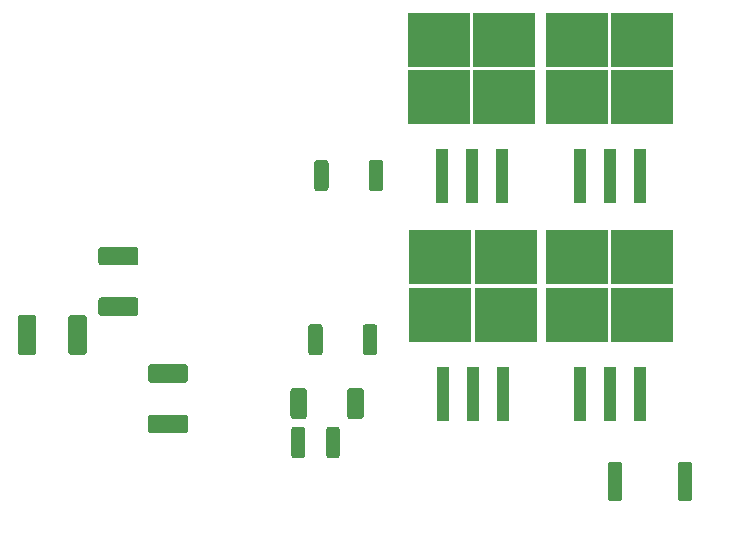
<source format=gbp>
G04 #@! TF.GenerationSoftware,KiCad,Pcbnew,(5.1.10)-1*
G04 #@! TF.CreationDate,2021-06-17T19:52:21-04:00*
G04 #@! TF.ProjectId,Motor Controller 2020,4d6f746f-7220-4436-9f6e-74726f6c6c65,rev?*
G04 #@! TF.SameCoordinates,Original*
G04 #@! TF.FileFunction,Paste,Bot*
G04 #@! TF.FilePolarity,Positive*
%FSLAX46Y46*%
G04 Gerber Fmt 4.6, Leading zero omitted, Abs format (unit mm)*
G04 Created by KiCad (PCBNEW (5.1.10)-1) date 2021-06-17 19:52:21*
%MOMM*%
%LPD*%
G01*
G04 APERTURE LIST*
%ADD10R,5.250000X4.550000*%
%ADD11R,1.100000X4.600000*%
G04 APERTURE END LIST*
G36*
G01*
X132225000Y-78124999D02*
X132225000Y-80275001D01*
G75*
G02*
X131975001Y-80525000I-249999J0D01*
G01*
X131249999Y-80525000D01*
G75*
G02*
X131000000Y-80275001I0J249999D01*
G01*
X131000000Y-78124999D01*
G75*
G02*
X131249999Y-77875000I249999J0D01*
G01*
X131975001Y-77875000D01*
G75*
G02*
X132225000Y-78124999I0J-249999D01*
G01*
G37*
G36*
G01*
X127600000Y-78124999D02*
X127600000Y-80275001D01*
G75*
G02*
X127350001Y-80525000I-249999J0D01*
G01*
X126624999Y-80525000D01*
G75*
G02*
X126375000Y-80275001I0J249999D01*
G01*
X126375000Y-78124999D01*
G75*
G02*
X126624999Y-77875000I249999J0D01*
G01*
X127350001Y-77875000D01*
G75*
G02*
X127600000Y-78124999I0J-249999D01*
G01*
G37*
G36*
G01*
X107625000Y-77349998D02*
X107625000Y-80250002D01*
G75*
G02*
X107375002Y-80500000I-249998J0D01*
G01*
X106299998Y-80500000D01*
G75*
G02*
X106050000Y-80250002I0J249998D01*
G01*
X106050000Y-77349998D01*
G75*
G02*
X106299998Y-77100000I249998J0D01*
G01*
X107375002Y-77100000D01*
G75*
G02*
X107625000Y-77349998I0J-249998D01*
G01*
G37*
G36*
G01*
X103350000Y-77349998D02*
X103350000Y-80250002D01*
G75*
G02*
X103100002Y-80500000I-249998J0D01*
G01*
X102024998Y-80500000D01*
G75*
G02*
X101775000Y-80250002I0J249998D01*
G01*
X101775000Y-77349998D01*
G75*
G02*
X102024998Y-77100000I249998J0D01*
G01*
X103100002Y-77100000D01*
G75*
G02*
X103350000Y-77349998I0J-249998D01*
G01*
G37*
G36*
G01*
X113049998Y-81275000D02*
X115950002Y-81275000D01*
G75*
G02*
X116200000Y-81524998I0J-249998D01*
G01*
X116200000Y-82600002D01*
G75*
G02*
X115950002Y-82850000I-249998J0D01*
G01*
X113049998Y-82850000D01*
G75*
G02*
X112800000Y-82600002I0J249998D01*
G01*
X112800000Y-81524998D01*
G75*
G02*
X113049998Y-81275000I249998J0D01*
G01*
G37*
G36*
G01*
X113049998Y-85550000D02*
X115950002Y-85550000D01*
G75*
G02*
X116200000Y-85799998I0J-249998D01*
G01*
X116200000Y-86875002D01*
G75*
G02*
X115950002Y-87125000I-249998J0D01*
G01*
X113049998Y-87125000D01*
G75*
G02*
X112800000Y-86875002I0J249998D01*
G01*
X112800000Y-85799998D01*
G75*
G02*
X113049998Y-85550000I249998J0D01*
G01*
G37*
D10*
X149117000Y-77078000D03*
X154667000Y-72228000D03*
X154667000Y-77078000D03*
X149117000Y-72228000D03*
D11*
X149352000Y-83803000D03*
X151892000Y-83803000D03*
X154432000Y-83803000D03*
X142748000Y-65376000D03*
X140208000Y-65376000D03*
X137668000Y-65376000D03*
D10*
X137433000Y-53801000D03*
X142983000Y-58651000D03*
X142983000Y-53801000D03*
X137433000Y-58651000D03*
D11*
X142875000Y-83791000D03*
X140335000Y-83791000D03*
X137795000Y-83791000D03*
D10*
X137560000Y-72216000D03*
X143110000Y-77066000D03*
X143110000Y-72216000D03*
X137560000Y-77066000D03*
D11*
X154432000Y-65376000D03*
X151892000Y-65376000D03*
X149352000Y-65376000D03*
D10*
X149117000Y-53801000D03*
X154667000Y-58651000D03*
X154667000Y-53801000D03*
X149117000Y-58651000D03*
G36*
G01*
X152950000Y-89774999D02*
X152950000Y-92625001D01*
G75*
G02*
X152700001Y-92875000I-249999J0D01*
G01*
X151974999Y-92875000D01*
G75*
G02*
X151725000Y-92625001I0J249999D01*
G01*
X151725000Y-89774999D01*
G75*
G02*
X151974999Y-89525000I249999J0D01*
G01*
X152700001Y-89525000D01*
G75*
G02*
X152950000Y-89774999I0J-249999D01*
G01*
G37*
G36*
G01*
X158875000Y-89774999D02*
X158875000Y-92625001D01*
G75*
G02*
X158625001Y-92875000I-249999J0D01*
G01*
X157899999Y-92875000D01*
G75*
G02*
X157650000Y-92625001I0J249999D01*
G01*
X157650000Y-89774999D01*
G75*
G02*
X157899999Y-89525000I249999J0D01*
G01*
X158625001Y-89525000D01*
G75*
G02*
X158875000Y-89774999I0J-249999D01*
G01*
G37*
G36*
G01*
X128100000Y-64224999D02*
X128100000Y-66375001D01*
G75*
G02*
X127850001Y-66625000I-249999J0D01*
G01*
X127124999Y-66625000D01*
G75*
G02*
X126875000Y-66375001I0J249999D01*
G01*
X126875000Y-64224999D01*
G75*
G02*
X127124999Y-63975000I249999J0D01*
G01*
X127850001Y-63975000D01*
G75*
G02*
X128100000Y-64224999I0J-249999D01*
G01*
G37*
G36*
G01*
X132725000Y-64224999D02*
X132725000Y-66375001D01*
G75*
G02*
X132475001Y-66625000I-249999J0D01*
G01*
X131749999Y-66625000D01*
G75*
G02*
X131500000Y-66375001I0J249999D01*
G01*
X131500000Y-64224999D01*
G75*
G02*
X131749999Y-63975000I249999J0D01*
G01*
X132475001Y-63975000D01*
G75*
G02*
X132725000Y-64224999I0J-249999D01*
G01*
G37*
G36*
G01*
X111750002Y-77187500D02*
X108849998Y-77187500D01*
G75*
G02*
X108600000Y-76937502I0J249998D01*
G01*
X108600000Y-75862498D01*
G75*
G02*
X108849998Y-75612500I249998J0D01*
G01*
X111750002Y-75612500D01*
G75*
G02*
X112000000Y-75862498I0J-249998D01*
G01*
X112000000Y-76937502D01*
G75*
G02*
X111750002Y-77187500I-249998J0D01*
G01*
G37*
G36*
G01*
X111750002Y-72912500D02*
X108849998Y-72912500D01*
G75*
G02*
X108600000Y-72662502I0J249998D01*
G01*
X108600000Y-71587498D01*
G75*
G02*
X108849998Y-71337500I249998J0D01*
G01*
X111750002Y-71337500D01*
G75*
G02*
X112000000Y-71587498I0J-249998D01*
G01*
X112000000Y-72662502D01*
G75*
G02*
X111750002Y-72912500I-249998J0D01*
G01*
G37*
G36*
G01*
X124950000Y-89000001D02*
X124950000Y-86799999D01*
G75*
G02*
X125199999Y-86550000I249999J0D01*
G01*
X125850001Y-86550000D01*
G75*
G02*
X126100000Y-86799999I0J-249999D01*
G01*
X126100000Y-89000001D01*
G75*
G02*
X125850001Y-89250000I-249999J0D01*
G01*
X125199999Y-89250000D01*
G75*
G02*
X124950000Y-89000001I0J249999D01*
G01*
G37*
G36*
G01*
X127900000Y-89000001D02*
X127900000Y-86799999D01*
G75*
G02*
X128149999Y-86550000I249999J0D01*
G01*
X128800001Y-86550000D01*
G75*
G02*
X129050000Y-86799999I0J-249999D01*
G01*
X129050000Y-89000001D01*
G75*
G02*
X128800001Y-89250000I-249999J0D01*
G01*
X128149999Y-89250000D01*
G75*
G02*
X127900000Y-89000001I0J249999D01*
G01*
G37*
G36*
G01*
X131075001Y-83530000D02*
X131075001Y-85680002D01*
G75*
G02*
X130825002Y-85930001I-249999J0D01*
G01*
X129925000Y-85930001D01*
G75*
G02*
X129675001Y-85680002I0J249999D01*
G01*
X129675001Y-83530000D01*
G75*
G02*
X129925000Y-83280001I249999J0D01*
G01*
X130825002Y-83280001D01*
G75*
G02*
X131075001Y-83530000I0J-249999D01*
G01*
G37*
G36*
G01*
X126275001Y-83530000D02*
X126275001Y-85680002D01*
G75*
G02*
X126025002Y-85930001I-249999J0D01*
G01*
X125125000Y-85930001D01*
G75*
G02*
X124875001Y-85680002I0J249999D01*
G01*
X124875001Y-83530000D01*
G75*
G02*
X125125000Y-83280001I249999J0D01*
G01*
X126025002Y-83280001D01*
G75*
G02*
X126275001Y-83530000I0J-249999D01*
G01*
G37*
M02*

</source>
